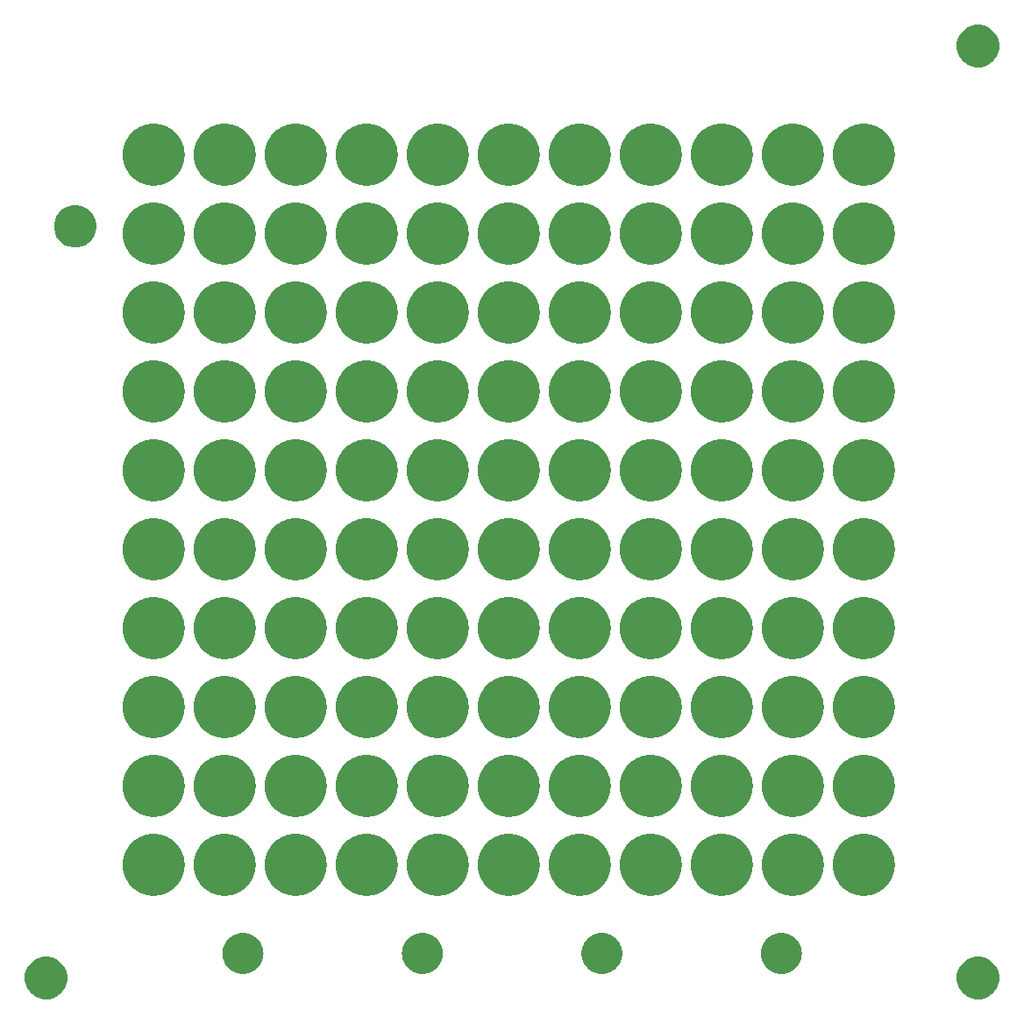
<source format=gbr>
G04 #@! TF.GenerationSoftware,KiCad,Pcbnew,(5.1.5)-2*
G04 #@! TF.CreationDate,2019-12-12T13:33:21-05:00*
G04 #@! TF.ProjectId,face,66616365-2e6b-4696-9361-645f70636258,rev?*
G04 #@! TF.SameCoordinates,Original*
G04 #@! TF.FileFunction,Soldermask,Bot*
G04 #@! TF.FilePolarity,Negative*
%FSLAX46Y46*%
G04 Gerber Fmt 4.6, Leading zero omitted, Abs format (unit mm)*
G04 Created by KiCad (PCBNEW (5.1.5)-2) date 2019-12-12 13:33:21*
%MOMM*%
%LPD*%
G04 APERTURE LIST*
%ADD10C,6.000000*%
%ADD11C,4.000000*%
%ADD12C,0.100000*%
G04 APERTURE END LIST*
D10*
X83964200Y-84085200D02*
G75*
G03X83964200Y-84085200I-1000J0D01*
G01*
X77106200Y-84085200D02*
G75*
G03X77106200Y-84085200I-1000J0D01*
G01*
X70248200Y-84085200D02*
G75*
G03X70248200Y-84085200I-1000J0D01*
G01*
X63390200Y-84085200D02*
G75*
G03X63390200Y-84085200I-1000J0D01*
G01*
X56532200Y-84085200D02*
G75*
G03X56532200Y-84085200I-1000J0D01*
G01*
X49674200Y-84085200D02*
G75*
G03X49674200Y-84085200I-1000J0D01*
G01*
X42816200Y-84085200D02*
G75*
G03X42816200Y-84085200I-1000J0D01*
G01*
X35958200Y-84085200D02*
G75*
G03X35958200Y-84085200I-1000J0D01*
G01*
X29100200Y-84085200D02*
G75*
G03X29100200Y-84085200I-1000J0D01*
G01*
X22242200Y-84085200D02*
G75*
G03X22242200Y-84085200I-1000J0D01*
G01*
X15384200Y-84085200D02*
G75*
G03X15384200Y-84085200I-1000J0D01*
G01*
X83964200Y-76465200D02*
G75*
G03X83964200Y-76465200I-1000J0D01*
G01*
X77106200Y-76465200D02*
G75*
G03X77106200Y-76465200I-1000J0D01*
G01*
X70248200Y-76465200D02*
G75*
G03X70248200Y-76465200I-1000J0D01*
G01*
X63390200Y-76465200D02*
G75*
G03X63390200Y-76465200I-1000J0D01*
G01*
X56532200Y-76465200D02*
G75*
G03X56532200Y-76465200I-1000J0D01*
G01*
X49674200Y-76465200D02*
G75*
G03X49674200Y-76465200I-1000J0D01*
G01*
X42816200Y-76465200D02*
G75*
G03X42816200Y-76465200I-1000J0D01*
G01*
X35958200Y-76465200D02*
G75*
G03X35958200Y-76465200I-1000J0D01*
G01*
X29100200Y-76465200D02*
G75*
G03X29100200Y-76465200I-1000J0D01*
G01*
X22242200Y-76465200D02*
G75*
G03X22242200Y-76465200I-1000J0D01*
G01*
X15384200Y-76465200D02*
G75*
G03X15384200Y-76465200I-1000J0D01*
G01*
X83964200Y-68845200D02*
G75*
G03X83964200Y-68845200I-1000J0D01*
G01*
X77106200Y-68845200D02*
G75*
G03X77106200Y-68845200I-1000J0D01*
G01*
X70248200Y-68845200D02*
G75*
G03X70248200Y-68845200I-1000J0D01*
G01*
X63390200Y-68845200D02*
G75*
G03X63390200Y-68845200I-1000J0D01*
G01*
X56532200Y-68845200D02*
G75*
G03X56532200Y-68845200I-1000J0D01*
G01*
X49674200Y-68845200D02*
G75*
G03X49674200Y-68845200I-1000J0D01*
G01*
X42816200Y-68845200D02*
G75*
G03X42816200Y-68845200I-1000J0D01*
G01*
X35958200Y-68845200D02*
G75*
G03X35958200Y-68845200I-1000J0D01*
G01*
X29100200Y-68845200D02*
G75*
G03X29100200Y-68845200I-1000J0D01*
G01*
X22242200Y-68845200D02*
G75*
G03X22242200Y-68845200I-1000J0D01*
G01*
X15384200Y-68845200D02*
G75*
G03X15384200Y-68845200I-1000J0D01*
G01*
X83964200Y-61225200D02*
G75*
G03X83964200Y-61225200I-1000J0D01*
G01*
X77106200Y-61225200D02*
G75*
G03X77106200Y-61225200I-1000J0D01*
G01*
X70248200Y-61225200D02*
G75*
G03X70248200Y-61225200I-1000J0D01*
G01*
X63390200Y-61225200D02*
G75*
G03X63390200Y-61225200I-1000J0D01*
G01*
X56532200Y-61225200D02*
G75*
G03X56532200Y-61225200I-1000J0D01*
G01*
X49674200Y-61225200D02*
G75*
G03X49674200Y-61225200I-1000J0D01*
G01*
X42816200Y-61225200D02*
G75*
G03X42816200Y-61225200I-1000J0D01*
G01*
X35958200Y-61225200D02*
G75*
G03X35958200Y-61225200I-1000J0D01*
G01*
X29100200Y-61225200D02*
G75*
G03X29100200Y-61225200I-1000J0D01*
G01*
X22242200Y-61225200D02*
G75*
G03X22242200Y-61225200I-1000J0D01*
G01*
X15384200Y-61225200D02*
G75*
G03X15384200Y-61225200I-1000J0D01*
G01*
X83964200Y-53605200D02*
G75*
G03X83964200Y-53605200I-1000J0D01*
G01*
X77106200Y-53605200D02*
G75*
G03X77106200Y-53605200I-1000J0D01*
G01*
X70248200Y-53605200D02*
G75*
G03X70248200Y-53605200I-1000J0D01*
G01*
X63390200Y-53605200D02*
G75*
G03X63390200Y-53605200I-1000J0D01*
G01*
X56532200Y-53605200D02*
G75*
G03X56532200Y-53605200I-1000J0D01*
G01*
X49674200Y-53605200D02*
G75*
G03X49674200Y-53605200I-1000J0D01*
G01*
X42816200Y-53605200D02*
G75*
G03X42816200Y-53605200I-1000J0D01*
G01*
X35958200Y-53605200D02*
G75*
G03X35958200Y-53605200I-1000J0D01*
G01*
X29100200Y-53605200D02*
G75*
G03X29100200Y-53605200I-1000J0D01*
G01*
X22242200Y-53605200D02*
G75*
G03X22242200Y-53605200I-1000J0D01*
G01*
X15384200Y-53605200D02*
G75*
G03X15384200Y-53605200I-1000J0D01*
G01*
X83964200Y-45985200D02*
G75*
G03X83964200Y-45985200I-1000J0D01*
G01*
X77106200Y-45985200D02*
G75*
G03X77106200Y-45985200I-1000J0D01*
G01*
X70248200Y-45985200D02*
G75*
G03X70248200Y-45985200I-1000J0D01*
G01*
X63390200Y-45985200D02*
G75*
G03X63390200Y-45985200I-1000J0D01*
G01*
X56532200Y-45985200D02*
G75*
G03X56532200Y-45985200I-1000J0D01*
G01*
X49674200Y-45985200D02*
G75*
G03X49674200Y-45985200I-1000J0D01*
G01*
X42816200Y-45985200D02*
G75*
G03X42816200Y-45985200I-1000J0D01*
G01*
X35958200Y-45985200D02*
G75*
G03X35958200Y-45985200I-1000J0D01*
G01*
X29100200Y-45985200D02*
G75*
G03X29100200Y-45985200I-1000J0D01*
G01*
X22242200Y-45985200D02*
G75*
G03X22242200Y-45985200I-1000J0D01*
G01*
X15384200Y-45985200D02*
G75*
G03X15384200Y-45985200I-1000J0D01*
G01*
X83964200Y-38365200D02*
G75*
G03X83964200Y-38365200I-1000J0D01*
G01*
X77106200Y-38365200D02*
G75*
G03X77106200Y-38365200I-1000J0D01*
G01*
X70248200Y-38365200D02*
G75*
G03X70248200Y-38365200I-1000J0D01*
G01*
X63390200Y-38365200D02*
G75*
G03X63390200Y-38365200I-1000J0D01*
G01*
X56532200Y-38365200D02*
G75*
G03X56532200Y-38365200I-1000J0D01*
G01*
X49674200Y-38365200D02*
G75*
G03X49674200Y-38365200I-1000J0D01*
G01*
X42816200Y-38365200D02*
G75*
G03X42816200Y-38365200I-1000J0D01*
G01*
X35958200Y-38365200D02*
G75*
G03X35958200Y-38365200I-1000J0D01*
G01*
X29100200Y-38365200D02*
G75*
G03X29100200Y-38365200I-1000J0D01*
G01*
X22242200Y-38365200D02*
G75*
G03X22242200Y-38365200I-1000J0D01*
G01*
X15384200Y-38365200D02*
G75*
G03X15384200Y-38365200I-1000J0D01*
G01*
X83964200Y-30745200D02*
G75*
G03X83964200Y-30745200I-1000J0D01*
G01*
X77106200Y-30745200D02*
G75*
G03X77106200Y-30745200I-1000J0D01*
G01*
X70248200Y-30745200D02*
G75*
G03X70248200Y-30745200I-1000J0D01*
G01*
X63390200Y-30745200D02*
G75*
G03X63390200Y-30745200I-1000J0D01*
G01*
X56532200Y-30745200D02*
G75*
G03X56532200Y-30745200I-1000J0D01*
G01*
X49674200Y-30745200D02*
G75*
G03X49674200Y-30745200I-1000J0D01*
G01*
X42816200Y-30745200D02*
G75*
G03X42816200Y-30745200I-1000J0D01*
G01*
X35958200Y-30745200D02*
G75*
G03X35958200Y-30745200I-1000J0D01*
G01*
X29100200Y-30745200D02*
G75*
G03X29100200Y-30745200I-1000J0D01*
G01*
X22242200Y-30745200D02*
G75*
G03X22242200Y-30745200I-1000J0D01*
G01*
X15384200Y-30745200D02*
G75*
G03X15384200Y-30745200I-1000J0D01*
G01*
X83964200Y-23125200D02*
G75*
G03X83964200Y-23125200I-1000J0D01*
G01*
X77106200Y-23125200D02*
G75*
G03X77106200Y-23125200I-1000J0D01*
G01*
X70248200Y-23125200D02*
G75*
G03X70248200Y-23125200I-1000J0D01*
G01*
X63390200Y-23125200D02*
G75*
G03X63390200Y-23125200I-1000J0D01*
G01*
X56532200Y-23125200D02*
G75*
G03X56532200Y-23125200I-1000J0D01*
G01*
X49674200Y-23125200D02*
G75*
G03X49674200Y-23125200I-1000J0D01*
G01*
X42816200Y-23125200D02*
G75*
G03X42816200Y-23125200I-1000J0D01*
G01*
X35958200Y-23125200D02*
G75*
G03X35958200Y-23125200I-1000J0D01*
G01*
X29100200Y-23125200D02*
G75*
G03X29100200Y-23125200I-1000J0D01*
G01*
X22242200Y-23125200D02*
G75*
G03X22242200Y-23125200I-1000J0D01*
G01*
X15384200Y-23125200D02*
G75*
G03X15384200Y-23125200I-1000J0D01*
G01*
X83964200Y-15505200D02*
G75*
G03X83964200Y-15505200I-1000J0D01*
G01*
X77106200Y-15505200D02*
G75*
G03X77106200Y-15505200I-1000J0D01*
G01*
X70248200Y-15505200D02*
G75*
G03X70248200Y-15505200I-1000J0D01*
G01*
X63390200Y-15505200D02*
G75*
G03X63390200Y-15505200I-1000J0D01*
G01*
X56532200Y-15505200D02*
G75*
G03X56532200Y-15505200I-1000J0D01*
G01*
X49674200Y-15505200D02*
G75*
G03X49674200Y-15505200I-1000J0D01*
G01*
X42816200Y-15505200D02*
G75*
G03X42816200Y-15505200I-1000J0D01*
G01*
X35958200Y-15505200D02*
G75*
G03X35958200Y-15505200I-1000J0D01*
G01*
X29100200Y-15505200D02*
G75*
G03X29100200Y-15505200I-1000J0D01*
G01*
X22242200Y-15505200D02*
G75*
G03X22242200Y-15505200I-1000J0D01*
G01*
X15384200Y-15505200D02*
G75*
G03X15384200Y-15505200I-1000J0D01*
G01*
D11*
X76001000Y-92645000D02*
G75*
G03X76001000Y-92645000I-1000J0D01*
G01*
X58667666Y-92645000D02*
G75*
G03X58667666Y-92645000I-1000J0D01*
G01*
X41334300Y-92645000D02*
G75*
G03X41334300Y-92645000I-1000J0D01*
G01*
X24001000Y-92645000D02*
G75*
G03X24001000Y-92645000I-1000J0D01*
G01*
D12*
G36*
X95598254Y-93027818D02*
G01*
X95971511Y-93182426D01*
X95971513Y-93182427D01*
X96307436Y-93406884D01*
X96593116Y-93692564D01*
X96817574Y-94028489D01*
X96972182Y-94401746D01*
X97051000Y-94797993D01*
X97051000Y-95202007D01*
X96972182Y-95598254D01*
X96817574Y-95971511D01*
X96817573Y-95971513D01*
X96593116Y-96307436D01*
X96307436Y-96593116D01*
X95971513Y-96817573D01*
X95971512Y-96817574D01*
X95971511Y-96817574D01*
X95598254Y-96972182D01*
X95202007Y-97051000D01*
X94797993Y-97051000D01*
X94401746Y-96972182D01*
X94028489Y-96817574D01*
X94028488Y-96817574D01*
X94028487Y-96817573D01*
X93692564Y-96593116D01*
X93406884Y-96307436D01*
X93182427Y-95971513D01*
X93182426Y-95971511D01*
X93027818Y-95598254D01*
X92949000Y-95202007D01*
X92949000Y-94797993D01*
X93027818Y-94401746D01*
X93182426Y-94028489D01*
X93406884Y-93692564D01*
X93692564Y-93406884D01*
X94028487Y-93182427D01*
X94028489Y-93182426D01*
X94401746Y-93027818D01*
X94797993Y-92949000D01*
X95202007Y-92949000D01*
X95598254Y-93027818D01*
G37*
G36*
X5598254Y-93027818D02*
G01*
X5971511Y-93182426D01*
X5971513Y-93182427D01*
X6307436Y-93406884D01*
X6593116Y-93692564D01*
X6817574Y-94028489D01*
X6972182Y-94401746D01*
X7051000Y-94797993D01*
X7051000Y-95202007D01*
X6972182Y-95598254D01*
X6817574Y-95971511D01*
X6817573Y-95971513D01*
X6593116Y-96307436D01*
X6307436Y-96593116D01*
X5971513Y-96817573D01*
X5971512Y-96817574D01*
X5971511Y-96817574D01*
X5598254Y-96972182D01*
X5202007Y-97051000D01*
X4797993Y-97051000D01*
X4401746Y-96972182D01*
X4028489Y-96817574D01*
X4028488Y-96817574D01*
X4028487Y-96817573D01*
X3692564Y-96593116D01*
X3406884Y-96307436D01*
X3182427Y-95971513D01*
X3182426Y-95971511D01*
X3027818Y-95598254D01*
X2949000Y-95202007D01*
X2949000Y-94797993D01*
X3027818Y-94401746D01*
X3182426Y-94028489D01*
X3406884Y-93692564D01*
X3692564Y-93406884D01*
X4028487Y-93182427D01*
X4028489Y-93182426D01*
X4401746Y-93027818D01*
X4797993Y-92949000D01*
X5202007Y-92949000D01*
X5598254Y-93027818D01*
G37*
G36*
X8412254Y-20441818D02*
G01*
X8785511Y-20596426D01*
X8785513Y-20596427D01*
X9121436Y-20820884D01*
X9407116Y-21106564D01*
X9631574Y-21442489D01*
X9786182Y-21815746D01*
X9865000Y-22211993D01*
X9865000Y-22616007D01*
X9786182Y-23012254D01*
X9631574Y-23385511D01*
X9631573Y-23385513D01*
X9407116Y-23721436D01*
X9121436Y-24007116D01*
X8785513Y-24231573D01*
X8785512Y-24231574D01*
X8785511Y-24231574D01*
X8412254Y-24386182D01*
X8016007Y-24465000D01*
X7611993Y-24465000D01*
X7215746Y-24386182D01*
X6842489Y-24231574D01*
X6842488Y-24231574D01*
X6842487Y-24231573D01*
X6506564Y-24007116D01*
X6220884Y-23721436D01*
X5996427Y-23385513D01*
X5996426Y-23385511D01*
X5841818Y-23012254D01*
X5763000Y-22616007D01*
X5763000Y-22211993D01*
X5841818Y-21815746D01*
X5996426Y-21442489D01*
X6220884Y-21106564D01*
X6506564Y-20820884D01*
X6842487Y-20596427D01*
X6842489Y-20596426D01*
X7215746Y-20441818D01*
X7611993Y-20363000D01*
X8016007Y-20363000D01*
X8412254Y-20441818D01*
G37*
G36*
X95598254Y-3027818D02*
G01*
X95971511Y-3182426D01*
X95971513Y-3182427D01*
X96307436Y-3406884D01*
X96593116Y-3692564D01*
X96817574Y-4028489D01*
X96972182Y-4401746D01*
X97051000Y-4797993D01*
X97051000Y-5202007D01*
X96972182Y-5598254D01*
X96817574Y-5971511D01*
X96817573Y-5971513D01*
X96593116Y-6307436D01*
X96307436Y-6593116D01*
X95971513Y-6817573D01*
X95971512Y-6817574D01*
X95971511Y-6817574D01*
X95598254Y-6972182D01*
X95202007Y-7051000D01*
X94797993Y-7051000D01*
X94401746Y-6972182D01*
X94028489Y-6817574D01*
X94028488Y-6817574D01*
X94028487Y-6817573D01*
X93692564Y-6593116D01*
X93406884Y-6307436D01*
X93182427Y-5971513D01*
X93182426Y-5971511D01*
X93027818Y-5598254D01*
X92949000Y-5202007D01*
X92949000Y-4797993D01*
X93027818Y-4401746D01*
X93182426Y-4028489D01*
X93406884Y-3692564D01*
X93692564Y-3406884D01*
X94028487Y-3182427D01*
X94028489Y-3182426D01*
X94401746Y-3027818D01*
X94797993Y-2949000D01*
X95202007Y-2949000D01*
X95598254Y-3027818D01*
G37*
M02*

</source>
